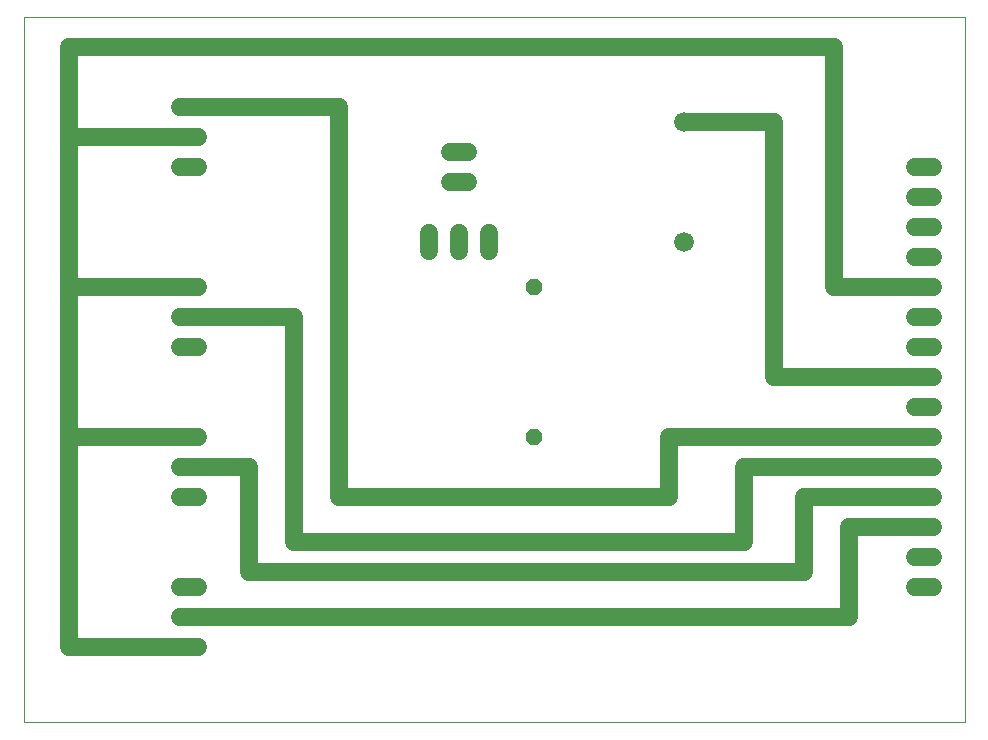
<source format=gtl>
G75*
%MOIN*%
%OFA0B0*%
%FSLAX25Y25*%
%IPPOS*%
%LPD*%
%AMOC8*
5,1,8,0,0,1.08239X$1,22.5*
%
%ADD10C,0.00000*%
%ADD11C,0.06600*%
%ADD12C,0.06000*%
%ADD13OC8,0.05200*%
D10*
X0001000Y0001000D02*
X0001000Y0235961D01*
X0314701Y0235961D01*
X0314701Y0001000D01*
X0001000Y0001000D01*
D11*
X0221000Y0161000D03*
X0221000Y0201000D03*
D12*
X0251000Y0201000D01*
X0251000Y0116000D01*
X0301000Y0116000D01*
X0298000Y0116000D02*
X0304000Y0116000D01*
X0304000Y0106000D02*
X0298000Y0106000D01*
X0298000Y0096000D02*
X0304000Y0096000D01*
X0301000Y0096000D02*
X0216000Y0096000D01*
X0216000Y0076000D01*
X0106000Y0076000D01*
X0106000Y0206000D01*
X0056000Y0206000D01*
X0053000Y0206000D02*
X0059000Y0206000D01*
X0059000Y0196000D02*
X0053000Y0196000D01*
X0056000Y0196000D02*
X0016000Y0196000D01*
X0016000Y0146000D01*
X0016000Y0096000D01*
X0016000Y0026000D01*
X0056000Y0026000D01*
X0053000Y0026000D02*
X0059000Y0026000D01*
X0059000Y0036000D02*
X0053000Y0036000D01*
X0056000Y0036000D02*
X0276000Y0036000D01*
X0276000Y0066000D01*
X0301000Y0066000D01*
X0298000Y0066000D02*
X0304000Y0066000D01*
X0304000Y0056000D02*
X0298000Y0056000D01*
X0298000Y0046000D02*
X0304000Y0046000D01*
X0304000Y0076000D02*
X0298000Y0076000D01*
X0301000Y0076000D02*
X0261000Y0076000D01*
X0261000Y0051000D01*
X0076000Y0051000D01*
X0076000Y0086000D01*
X0056000Y0086000D01*
X0053000Y0086000D02*
X0059000Y0086000D01*
X0059000Y0076000D02*
X0053000Y0076000D01*
X0053000Y0096000D02*
X0059000Y0096000D01*
X0056000Y0096000D02*
X0016000Y0096000D01*
X0053000Y0126000D02*
X0059000Y0126000D01*
X0059000Y0136000D02*
X0053000Y0136000D01*
X0056000Y0136000D02*
X0091000Y0136000D01*
X0091000Y0061000D01*
X0241000Y0061000D01*
X0241000Y0086000D01*
X0301000Y0086000D01*
X0298000Y0086000D02*
X0304000Y0086000D01*
X0304000Y0126000D02*
X0298000Y0126000D01*
X0298000Y0136000D02*
X0304000Y0136000D01*
X0304000Y0146000D02*
X0298000Y0146000D01*
X0301000Y0146000D02*
X0271000Y0146000D01*
X0271000Y0226000D01*
X0016000Y0226000D01*
X0016000Y0196000D01*
X0053000Y0186000D02*
X0059000Y0186000D01*
X0059000Y0146000D02*
X0053000Y0146000D01*
X0056000Y0146000D02*
X0016000Y0146000D01*
X0136000Y0158000D02*
X0136000Y0164000D01*
X0146000Y0164000D02*
X0146000Y0158000D01*
X0156000Y0158000D02*
X0156000Y0164000D01*
X0149000Y0181000D02*
X0143000Y0181000D01*
X0143000Y0191000D02*
X0149000Y0191000D01*
X0298000Y0186000D02*
X0304000Y0186000D01*
X0304000Y0176000D02*
X0298000Y0176000D01*
X0298000Y0166000D02*
X0304000Y0166000D01*
X0304000Y0156000D02*
X0298000Y0156000D01*
X0059000Y0046000D02*
X0053000Y0046000D01*
D13*
X0171000Y0096000D03*
X0171000Y0146000D03*
M02*

</source>
